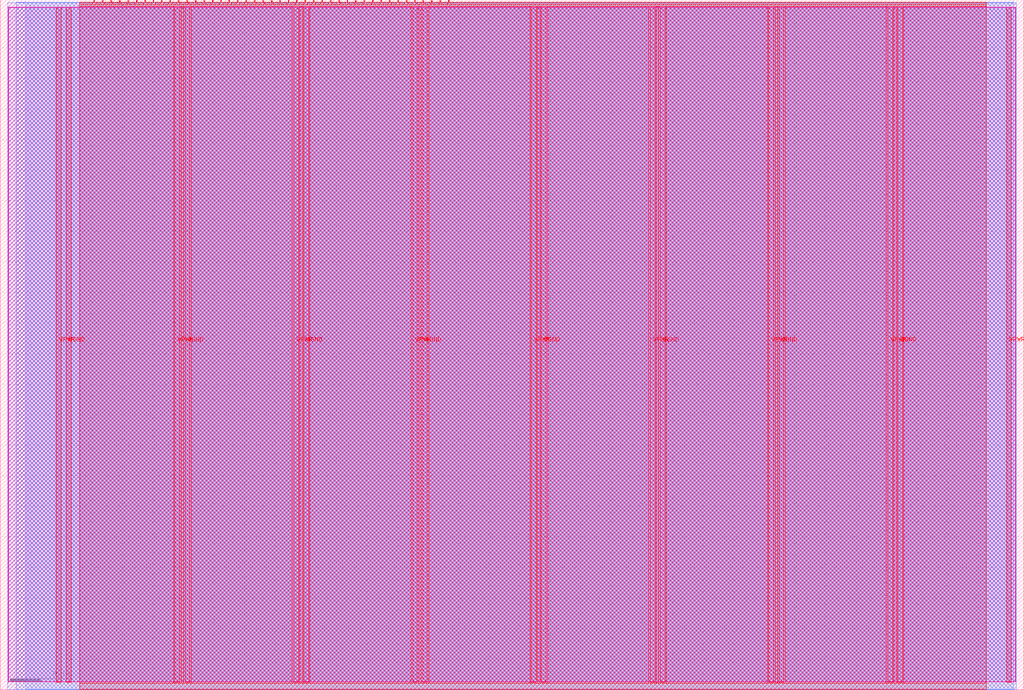
<source format=lef>
VERSION 5.7 ;
  NOWIREEXTENSIONATPIN ON ;
  DIVIDERCHAR "/" ;
  BUSBITCHARS "[]" ;
MACRO tt_um_2048_vga_game
  CLASS BLOCK ;
  FOREIGN tt_um_2048_vga_game ;
  ORIGIN 0.000 0.000 ;
  SIZE 334.880 BY 225.760 ;
  PIN VGND
    DIRECTION INOUT ;
    USE GROUND ;
    PORT
      LAYER met4 ;
        RECT 21.580 2.480 23.180 223.280 ;
    END
    PORT
      LAYER met4 ;
        RECT 60.450 2.480 62.050 223.280 ;
    END
    PORT
      LAYER met4 ;
        RECT 99.320 2.480 100.920 223.280 ;
    END
    PORT
      LAYER met4 ;
        RECT 138.190 2.480 139.790 223.280 ;
    END
    PORT
      LAYER met4 ;
        RECT 177.060 2.480 178.660 223.280 ;
    END
    PORT
      LAYER met4 ;
        RECT 215.930 2.480 217.530 223.280 ;
    END
    PORT
      LAYER met4 ;
        RECT 254.800 2.480 256.400 223.280 ;
    END
    PORT
      LAYER met4 ;
        RECT 293.670 2.480 295.270 223.280 ;
    END
  END VGND
  PIN VPWR
    DIRECTION INOUT ;
    USE POWER ;
    PORT
      LAYER met4 ;
        RECT 18.280 2.480 19.880 223.280 ;
    END
    PORT
      LAYER met4 ;
        RECT 57.150 2.480 58.750 223.280 ;
    END
    PORT
      LAYER met4 ;
        RECT 96.020 2.480 97.620 223.280 ;
    END
    PORT
      LAYER met4 ;
        RECT 134.890 2.480 136.490 223.280 ;
    END
    PORT
      LAYER met4 ;
        RECT 173.760 2.480 175.360 223.280 ;
    END
    PORT
      LAYER met4 ;
        RECT 212.630 2.480 214.230 223.280 ;
    END
    PORT
      LAYER met4 ;
        RECT 251.500 2.480 253.100 223.280 ;
    END
    PORT
      LAYER met4 ;
        RECT 290.370 2.480 291.970 223.280 ;
    END
    PORT
      LAYER met4 ;
        RECT 329.240 2.480 330.840 223.280 ;
    END
  END VPWR
  PIN clk
    DIRECTION INPUT ;
    USE SIGNAL ;
    ANTENNAGATEAREA 0.852000 ;
    PORT
      LAYER met4 ;
        RECT 143.830 224.760 144.130 225.760 ;
    END
  END clk
  PIN ena
    DIRECTION INPUT ;
    USE SIGNAL ;
    PORT
      LAYER met4 ;
        RECT 146.590 224.760 146.890 225.760 ;
    END
  END ena
  PIN rst_n
    DIRECTION INPUT ;
    USE SIGNAL ;
    ANTENNAGATEAREA 0.126000 ;
    PORT
      LAYER met4 ;
        RECT 141.070 224.760 141.370 225.760 ;
    END
  END rst_n
  PIN ui_in[0]
    DIRECTION INPUT ;
    USE SIGNAL ;
    ANTENNAGATEAREA 0.196500 ;
    PORT
      LAYER met4 ;
        RECT 138.310 224.760 138.610 225.760 ;
    END
  END ui_in[0]
  PIN ui_in[1]
    DIRECTION INPUT ;
    USE SIGNAL ;
    ANTENNAGATEAREA 0.196500 ;
    PORT
      LAYER met4 ;
        RECT 135.550 224.760 135.850 225.760 ;
    END
  END ui_in[1]
  PIN ui_in[2]
    DIRECTION INPUT ;
    USE SIGNAL ;
    ANTENNAGATEAREA 0.196500 ;
    PORT
      LAYER met4 ;
        RECT 132.790 224.760 133.090 225.760 ;
    END
  END ui_in[2]
  PIN ui_in[3]
    DIRECTION INPUT ;
    USE SIGNAL ;
    ANTENNAGATEAREA 0.196500 ;
    PORT
      LAYER met4 ;
        RECT 130.030 224.760 130.330 225.760 ;
    END
  END ui_in[3]
  PIN ui_in[4]
    DIRECTION INPUT ;
    USE SIGNAL ;
    PORT
      LAYER met4 ;
        RECT 127.270 224.760 127.570 225.760 ;
    END
  END ui_in[4]
  PIN ui_in[5]
    DIRECTION INPUT ;
    USE SIGNAL ;
    PORT
      LAYER met4 ;
        RECT 124.510 224.760 124.810 225.760 ;
    END
  END ui_in[5]
  PIN ui_in[6]
    DIRECTION INPUT ;
    USE SIGNAL ;
    ANTENNAGATEAREA 0.213000 ;
    PORT
      LAYER met4 ;
        RECT 121.750 224.760 122.050 225.760 ;
    END
  END ui_in[6]
  PIN ui_in[7]
    DIRECTION INPUT ;
    USE SIGNAL ;
    ANTENNAGATEAREA 0.213000 ;
    PORT
      LAYER met4 ;
        RECT 118.990 224.760 119.290 225.760 ;
    END
  END ui_in[7]
  PIN uio_in[0]
    DIRECTION INPUT ;
    USE SIGNAL ;
    ANTENNAGATEAREA 0.196500 ;
    PORT
      LAYER met4 ;
        RECT 116.230 224.760 116.530 225.760 ;
    END
  END uio_in[0]
  PIN uio_in[1]
    DIRECTION INPUT ;
    USE SIGNAL ;
    ANTENNAGATEAREA 0.213000 ;
    PORT
      LAYER met4 ;
        RECT 113.470 224.760 113.770 225.760 ;
    END
  END uio_in[1]
  PIN uio_in[2]
    DIRECTION INPUT ;
    USE SIGNAL ;
    ANTENNAGATEAREA 0.196500 ;
    PORT
      LAYER met4 ;
        RECT 110.710 224.760 111.010 225.760 ;
    END
  END uio_in[2]
  PIN uio_in[3]
    DIRECTION INPUT ;
    USE SIGNAL ;
    ANTENNAGATEAREA 0.196500 ;
    PORT
      LAYER met4 ;
        RECT 107.950 224.760 108.250 225.760 ;
    END
  END uio_in[3]
  PIN uio_in[4]
    DIRECTION INPUT ;
    USE SIGNAL ;
    ANTENNAGATEAREA 0.196500 ;
    PORT
      LAYER met4 ;
        RECT 105.190 224.760 105.490 225.760 ;
    END
  END uio_in[4]
  PIN uio_in[5]
    DIRECTION INPUT ;
    USE SIGNAL ;
    ANTENNAGATEAREA 0.196500 ;
    PORT
      LAYER met4 ;
        RECT 102.430 224.760 102.730 225.760 ;
    END
  END uio_in[5]
  PIN uio_in[6]
    DIRECTION INPUT ;
    USE SIGNAL ;
    ANTENNAGATEAREA 0.196500 ;
    PORT
      LAYER met4 ;
        RECT 99.670 224.760 99.970 225.760 ;
    END
  END uio_in[6]
  PIN uio_in[7]
    DIRECTION INPUT ;
    USE SIGNAL ;
    ANTENNAGATEAREA 0.196500 ;
    PORT
      LAYER met4 ;
        RECT 96.910 224.760 97.210 225.760 ;
    END
  END uio_in[7]
  PIN uio_oe[0]
    DIRECTION OUTPUT ;
    USE SIGNAL ;
    PORT
      LAYER met4 ;
        RECT 49.990 224.760 50.290 225.760 ;
    END
  END uio_oe[0]
  PIN uio_oe[1]
    DIRECTION OUTPUT ;
    USE SIGNAL ;
    PORT
      LAYER met4 ;
        RECT 47.230 224.760 47.530 225.760 ;
    END
  END uio_oe[1]
  PIN uio_oe[2]
    DIRECTION OUTPUT ;
    USE SIGNAL ;
    PORT
      LAYER met4 ;
        RECT 44.470 224.760 44.770 225.760 ;
    END
  END uio_oe[2]
  PIN uio_oe[3]
    DIRECTION OUTPUT ;
    USE SIGNAL ;
    PORT
      LAYER met4 ;
        RECT 41.710 224.760 42.010 225.760 ;
    END
  END uio_oe[3]
  PIN uio_oe[4]
    DIRECTION OUTPUT ;
    USE SIGNAL ;
    ANTENNADIFFAREA 0.445500 ;
    PORT
      LAYER met4 ;
        RECT 38.950 224.760 39.250 225.760 ;
    END
  END uio_oe[4]
  PIN uio_oe[5]
    DIRECTION OUTPUT ;
    USE SIGNAL ;
    ANTENNADIFFAREA 0.445500 ;
    PORT
      LAYER met4 ;
        RECT 36.190 224.760 36.490 225.760 ;
    END
  END uio_oe[5]
  PIN uio_oe[6]
    DIRECTION OUTPUT ;
    USE SIGNAL ;
    ANTENNADIFFAREA 0.445500 ;
    PORT
      LAYER met4 ;
        RECT 33.430 224.760 33.730 225.760 ;
    END
  END uio_oe[6]
  PIN uio_oe[7]
    DIRECTION OUTPUT ;
    USE SIGNAL ;
    ANTENNADIFFAREA 0.445500 ;
    PORT
      LAYER met4 ;
        RECT 30.670 224.760 30.970 225.760 ;
    END
  END uio_oe[7]
  PIN uio_out[0]
    DIRECTION OUTPUT ;
    USE SIGNAL ;
    PORT
      LAYER met4 ;
        RECT 72.070 224.760 72.370 225.760 ;
    END
  END uio_out[0]
  PIN uio_out[1]
    DIRECTION OUTPUT ;
    USE SIGNAL ;
    PORT
      LAYER met4 ;
        RECT 69.310 224.760 69.610 225.760 ;
    END
  END uio_out[1]
  PIN uio_out[2]
    DIRECTION OUTPUT ;
    USE SIGNAL ;
    PORT
      LAYER met4 ;
        RECT 66.550 224.760 66.850 225.760 ;
    END
  END uio_out[2]
  PIN uio_out[3]
    DIRECTION OUTPUT ;
    USE SIGNAL ;
    PORT
      LAYER met4 ;
        RECT 63.790 224.760 64.090 225.760 ;
    END
  END uio_out[3]
  PIN uio_out[4]
    DIRECTION OUTPUT ;
    USE SIGNAL ;
    ANTENNAGATEAREA 0.247500 ;
    ANTENNADIFFAREA 0.445500 ;
    PORT
      LAYER met4 ;
        RECT 61.030 224.760 61.330 225.760 ;
    END
  END uio_out[4]
  PIN uio_out[5]
    DIRECTION OUTPUT ;
    USE SIGNAL ;
    ANTENNAGATEAREA 0.247500 ;
    ANTENNADIFFAREA 0.445500 ;
    PORT
      LAYER met4 ;
        RECT 58.270 224.760 58.570 225.760 ;
    END
  END uio_out[5]
  PIN uio_out[6]
    DIRECTION OUTPUT ;
    USE SIGNAL ;
    ANTENNAGATEAREA 0.247500 ;
    ANTENNADIFFAREA 0.445500 ;
    PORT
      LAYER met4 ;
        RECT 55.510 224.760 55.810 225.760 ;
    END
  END uio_out[6]
  PIN uio_out[7]
    DIRECTION OUTPUT ;
    USE SIGNAL ;
    ANTENNAGATEAREA 0.247500 ;
    ANTENNADIFFAREA 0.445500 ;
    PORT
      LAYER met4 ;
        RECT 52.750 224.760 53.050 225.760 ;
    END
  END uio_out[7]
  PIN uo_out[0]
    DIRECTION OUTPUT ;
    USE SIGNAL ;
    ANTENNADIFFAREA 0.445500 ;
    PORT
      LAYER met4 ;
        RECT 94.150 224.760 94.450 225.760 ;
    END
  END uo_out[0]
  PIN uo_out[1]
    DIRECTION OUTPUT ;
    USE SIGNAL ;
    ANTENNADIFFAREA 0.445500 ;
    PORT
      LAYER met4 ;
        RECT 91.390 224.760 91.690 225.760 ;
    END
  END uo_out[1]
  PIN uo_out[2]
    DIRECTION OUTPUT ;
    USE SIGNAL ;
    ANTENNADIFFAREA 0.445500 ;
    PORT
      LAYER met4 ;
        RECT 88.630 224.760 88.930 225.760 ;
    END
  END uo_out[2]
  PIN uo_out[3]
    DIRECTION OUTPUT ;
    USE SIGNAL ;
    ANTENNADIFFAREA 0.795200 ;
    PORT
      LAYER met4 ;
        RECT 85.870 224.760 86.170 225.760 ;
    END
  END uo_out[3]
  PIN uo_out[4]
    DIRECTION OUTPUT ;
    USE SIGNAL ;
    ANTENNADIFFAREA 0.445500 ;
    PORT
      LAYER met4 ;
        RECT 83.110 224.760 83.410 225.760 ;
    END
  END uo_out[4]
  PIN uo_out[5]
    DIRECTION OUTPUT ;
    USE SIGNAL ;
    ANTENNADIFFAREA 0.445500 ;
    PORT
      LAYER met4 ;
        RECT 80.350 224.760 80.650 225.760 ;
    END
  END uo_out[5]
  PIN uo_out[6]
    DIRECTION OUTPUT ;
    USE SIGNAL ;
    ANTENNADIFFAREA 0.445500 ;
    PORT
      LAYER met4 ;
        RECT 77.590 224.760 77.890 225.760 ;
    END
  END uo_out[6]
  PIN uo_out[7]
    DIRECTION OUTPUT ;
    USE SIGNAL ;
    ANTENNADIFFAREA 0.445500 ;
    PORT
      LAYER met4 ;
        RECT 74.830 224.760 75.130 225.760 ;
    END
  END uo_out[7]
  OBS
      LAYER nwell ;
        RECT 2.570 2.635 332.310 223.230 ;
      LAYER li1 ;
        RECT 2.760 2.635 332.120 223.125 ;
      LAYER met1 ;
        RECT 2.460 0.040 332.420 224.700 ;
      LAYER met2 ;
        RECT 5.160 0.010 331.570 224.925 ;
      LAYER met3 ;
        RECT 8.345 0.175 331.595 224.905 ;
      LAYER met4 ;
        RECT 26.055 224.360 30.270 224.905 ;
        RECT 31.370 224.360 33.030 224.905 ;
        RECT 34.130 224.360 35.790 224.905 ;
        RECT 36.890 224.360 38.550 224.905 ;
        RECT 39.650 224.360 41.310 224.905 ;
        RECT 42.410 224.360 44.070 224.905 ;
        RECT 45.170 224.360 46.830 224.905 ;
        RECT 47.930 224.360 49.590 224.905 ;
        RECT 50.690 224.360 52.350 224.905 ;
        RECT 53.450 224.360 55.110 224.905 ;
        RECT 56.210 224.360 57.870 224.905 ;
        RECT 58.970 224.360 60.630 224.905 ;
        RECT 61.730 224.360 63.390 224.905 ;
        RECT 64.490 224.360 66.150 224.905 ;
        RECT 67.250 224.360 68.910 224.905 ;
        RECT 70.010 224.360 71.670 224.905 ;
        RECT 72.770 224.360 74.430 224.905 ;
        RECT 75.530 224.360 77.190 224.905 ;
        RECT 78.290 224.360 79.950 224.905 ;
        RECT 81.050 224.360 82.710 224.905 ;
        RECT 83.810 224.360 85.470 224.905 ;
        RECT 86.570 224.360 88.230 224.905 ;
        RECT 89.330 224.360 90.990 224.905 ;
        RECT 92.090 224.360 93.750 224.905 ;
        RECT 94.850 224.360 96.510 224.905 ;
        RECT 97.610 224.360 99.270 224.905 ;
        RECT 100.370 224.360 102.030 224.905 ;
        RECT 103.130 224.360 104.790 224.905 ;
        RECT 105.890 224.360 107.550 224.905 ;
        RECT 108.650 224.360 110.310 224.905 ;
        RECT 111.410 224.360 113.070 224.905 ;
        RECT 114.170 224.360 115.830 224.905 ;
        RECT 116.930 224.360 118.590 224.905 ;
        RECT 119.690 224.360 121.350 224.905 ;
        RECT 122.450 224.360 124.110 224.905 ;
        RECT 125.210 224.360 126.870 224.905 ;
        RECT 127.970 224.360 129.630 224.905 ;
        RECT 130.730 224.360 132.390 224.905 ;
        RECT 133.490 224.360 135.150 224.905 ;
        RECT 136.250 224.360 137.910 224.905 ;
        RECT 139.010 224.360 140.670 224.905 ;
        RECT 141.770 224.360 143.430 224.905 ;
        RECT 144.530 224.360 146.190 224.905 ;
        RECT 147.290 224.360 322.625 224.905 ;
        RECT 26.055 223.680 322.625 224.360 ;
        RECT 26.055 2.080 56.750 223.680 ;
        RECT 59.150 2.080 60.050 223.680 ;
        RECT 62.450 2.080 95.620 223.680 ;
        RECT 98.020 2.080 98.920 223.680 ;
        RECT 101.320 2.080 134.490 223.680 ;
        RECT 136.890 2.080 137.790 223.680 ;
        RECT 140.190 2.080 173.360 223.680 ;
        RECT 175.760 2.080 176.660 223.680 ;
        RECT 179.060 2.080 212.230 223.680 ;
        RECT 214.630 2.080 215.530 223.680 ;
        RECT 217.930 2.080 251.100 223.680 ;
        RECT 253.500 2.080 254.400 223.680 ;
        RECT 256.800 2.080 289.970 223.680 ;
        RECT 292.370 2.080 293.270 223.680 ;
        RECT 295.670 2.080 322.625 223.680 ;
        RECT 26.055 0.175 322.625 2.080 ;
  END
END tt_um_2048_vga_game
END LIBRARY


</source>
